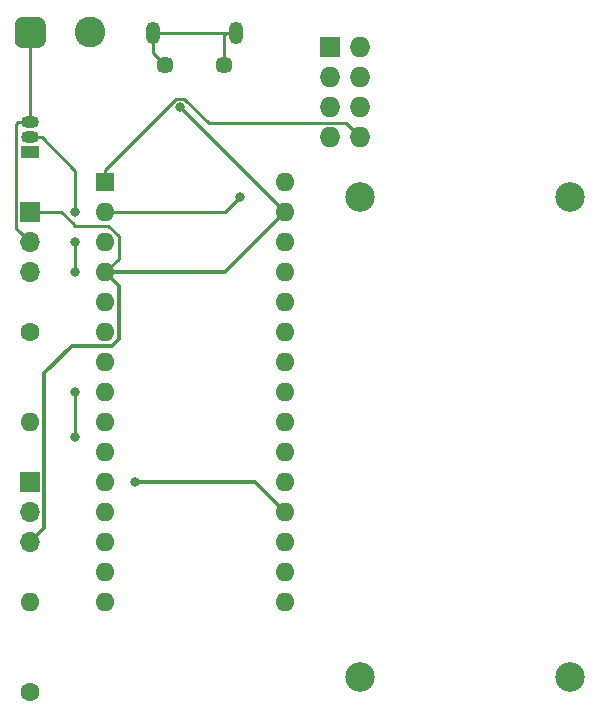
<source format=gbr>
G04 #@! TF.GenerationSoftware,KiCad,Pcbnew,(5.1.5)-3*
G04 #@! TF.CreationDate,2020-05-11T13:20:41+02:00*
G04 #@! TF.ProjectId,Weather_Station_board,57656174-6865-4725-9f53-746174696f6e,rev?*
G04 #@! TF.SameCoordinates,Original*
G04 #@! TF.FileFunction,Copper,L2,Bot*
G04 #@! TF.FilePolarity,Positive*
%FSLAX46Y46*%
G04 Gerber Fmt 4.6, Leading zero omitted, Abs format (unit mm)*
G04 Created by KiCad (PCBNEW (5.1.5)-3) date 2020-05-11 13:20:41*
%MOMM*%
%LPD*%
G04 APERTURE LIST*
%ADD10R,1.600000X1.600000*%
%ADD11O,1.600000X1.600000*%
%ADD12R,1.700000X1.700000*%
%ADD13O,1.700000X1.700000*%
%ADD14C,1.450000*%
%ADD15O,1.200000X1.900000*%
%ADD16C,1.600000*%
%ADD17C,0.100000*%
%ADD18C,2.600000*%
%ADD19O,1.500000X1.050000*%
%ADD20R,1.500000X1.050000*%
%ADD21R,1.727200X1.727200*%
%ADD22O,1.727200X1.727200*%
%ADD23C,2.500000*%
%ADD24C,0.800000*%
%ADD25C,0.250000*%
%ADD26C,0.300000*%
G04 APERTURE END LIST*
D10*
X101600000Y-58420000D03*
D11*
X116840000Y-91440000D03*
X101600000Y-60960000D03*
X116840000Y-88900000D03*
X101600000Y-63500000D03*
X116840000Y-86360000D03*
X101600000Y-66040000D03*
X116840000Y-83820000D03*
X101600000Y-68580000D03*
X116840000Y-81280000D03*
X101600000Y-71120000D03*
X116840000Y-78740000D03*
X101600000Y-73660000D03*
X116840000Y-76200000D03*
X101600000Y-76200000D03*
X116840000Y-73660000D03*
X101600000Y-78740000D03*
X116840000Y-71120000D03*
X101600000Y-81280000D03*
X116840000Y-68580000D03*
X101600000Y-83820000D03*
X116840000Y-66040000D03*
X101600000Y-86360000D03*
X116840000Y-63500000D03*
X101600000Y-88900000D03*
X116840000Y-60960000D03*
X101600000Y-91440000D03*
X116840000Y-58420000D03*
X101600000Y-93980000D03*
X116840000Y-93980000D03*
D12*
X95250000Y-83820000D03*
D13*
X95250000Y-86360000D03*
X95250000Y-88900000D03*
X95250000Y-66040000D03*
X95250000Y-63500000D03*
D12*
X95250000Y-60960000D03*
D14*
X111680000Y-48452500D03*
X106680000Y-48452500D03*
D15*
X112680000Y-45752500D03*
X105680000Y-45752500D03*
D16*
X95250000Y-71120000D03*
D11*
X95250000Y-78740000D03*
G04 #@! TA.AperFunction,ComponentPad*
D17*
G36*
X95963711Y-44423130D02*
G01*
X96026809Y-44432490D01*
X96088685Y-44447989D01*
X96148744Y-44469478D01*
X96206408Y-44496751D01*
X96261121Y-44529545D01*
X96312356Y-44567543D01*
X96359619Y-44610381D01*
X96402457Y-44657644D01*
X96440455Y-44708879D01*
X96473249Y-44763592D01*
X96500522Y-44821256D01*
X96522011Y-44881315D01*
X96537510Y-44943191D01*
X96546870Y-45006289D01*
X96550000Y-45070000D01*
X96550000Y-46370000D01*
X96546870Y-46433711D01*
X96537510Y-46496809D01*
X96522011Y-46558685D01*
X96500522Y-46618744D01*
X96473249Y-46676408D01*
X96440455Y-46731121D01*
X96402457Y-46782356D01*
X96359619Y-46829619D01*
X96312356Y-46872457D01*
X96261121Y-46910455D01*
X96206408Y-46943249D01*
X96148744Y-46970522D01*
X96088685Y-46992011D01*
X96026809Y-47007510D01*
X95963711Y-47016870D01*
X95900000Y-47020000D01*
X94600000Y-47020000D01*
X94536289Y-47016870D01*
X94473191Y-47007510D01*
X94411315Y-46992011D01*
X94351256Y-46970522D01*
X94293592Y-46943249D01*
X94238879Y-46910455D01*
X94187644Y-46872457D01*
X94140381Y-46829619D01*
X94097543Y-46782356D01*
X94059545Y-46731121D01*
X94026751Y-46676408D01*
X93999478Y-46618744D01*
X93977989Y-46558685D01*
X93962490Y-46496809D01*
X93953130Y-46433711D01*
X93950000Y-46370000D01*
X93950000Y-45070000D01*
X93953130Y-45006289D01*
X93962490Y-44943191D01*
X93977989Y-44881315D01*
X93999478Y-44821256D01*
X94026751Y-44763592D01*
X94059545Y-44708879D01*
X94097543Y-44657644D01*
X94140381Y-44610381D01*
X94187644Y-44567543D01*
X94238879Y-44529545D01*
X94293592Y-44496751D01*
X94351256Y-44469478D01*
X94411315Y-44447989D01*
X94473191Y-44432490D01*
X94536289Y-44423130D01*
X94600000Y-44420000D01*
X95900000Y-44420000D01*
X95963711Y-44423130D01*
G37*
G04 #@! TD.AperFunction*
D18*
X100330000Y-45720000D03*
D11*
X95250000Y-93980000D03*
D16*
X95250000Y-101600000D03*
D19*
X95250000Y-54610000D03*
X95250000Y-53340000D03*
D20*
X95250000Y-55880000D03*
D21*
X120650000Y-46990000D03*
D22*
X123190000Y-46990000D03*
X120650000Y-49530000D03*
X123190000Y-49530000D03*
X120650000Y-52070000D03*
X123190000Y-52070000D03*
X120650000Y-54610000D03*
X123190000Y-54610000D03*
D23*
X123190000Y-59690000D03*
X140970000Y-59690000D03*
X123190000Y-100330000D03*
X140970000Y-100330000D03*
D24*
X113030000Y-59690000D03*
X104140000Y-83820000D03*
X107950000Y-52070000D03*
X99060000Y-60960000D03*
X99060000Y-63500000D03*
X99060000Y-66040000D03*
X99060000Y-76200000D03*
X99060000Y-80010000D03*
X99060000Y-80010000D03*
D25*
X101600000Y-57370000D02*
X101600000Y-58420000D01*
X107625001Y-51344999D02*
X101600000Y-57370000D01*
X108298001Y-51344999D02*
X107625001Y-51344999D01*
X122001399Y-53421399D02*
X110374401Y-53421399D01*
X110374401Y-53421399D02*
X108298001Y-51344999D01*
X123190000Y-54610000D02*
X122001399Y-53421399D01*
X101600000Y-60960000D02*
X111760000Y-60960000D01*
X111760000Y-60960000D02*
X113030000Y-59690000D01*
X113030000Y-59690000D02*
X113030000Y-59690000D01*
D26*
X114300000Y-83820000D02*
X116840000Y-86360000D01*
X104140000Y-83820000D02*
X114300000Y-83820000D01*
X111760000Y-66040000D02*
X116840000Y-60960000D01*
X101600000Y-66040000D02*
X111760000Y-66040000D01*
X102399999Y-66839999D02*
X101600000Y-66040000D01*
X102750001Y-67190001D02*
X102399999Y-66839999D01*
X102750001Y-71672001D02*
X102750001Y-67190001D01*
X102152001Y-72270001D02*
X102750001Y-71672001D01*
X96450001Y-74567997D02*
X98747997Y-72270001D01*
X98747997Y-72270001D02*
X102152001Y-72270001D01*
X96450001Y-87699999D02*
X96450001Y-74567997D01*
X95250000Y-88900000D02*
X96450001Y-87699999D01*
X116840000Y-60960000D02*
X107950000Y-52070000D01*
X107950000Y-52070000D02*
X107950000Y-52070000D01*
D25*
X95250000Y-60960000D02*
X97790000Y-60960000D01*
X101850003Y-62085001D02*
X98915001Y-62085001D01*
X102725001Y-62959999D02*
X101850003Y-62085001D01*
X101600000Y-66040000D02*
X102725001Y-64914999D01*
X102725001Y-64914999D02*
X102725001Y-62959999D01*
X98915001Y-61979997D02*
X97895004Y-60960000D01*
X98915001Y-62085001D02*
X98915001Y-61979997D01*
X96250000Y-54610000D02*
X99060000Y-57420000D01*
X95250000Y-54610000D02*
X96250000Y-54610000D01*
X99060000Y-57420000D02*
X99060000Y-60960000D01*
X99060000Y-60960000D02*
X99060000Y-60960000D01*
X99060000Y-63500000D02*
X99060000Y-66040000D01*
X99060000Y-66040000D02*
X99060000Y-66040000D01*
X99060000Y-76200000D02*
X99060000Y-80010000D01*
X99060000Y-80010000D02*
X99060000Y-80010000D01*
X99060000Y-80010000D02*
X99060000Y-80010000D01*
X95250000Y-47020000D02*
X95250000Y-53340000D01*
X95250000Y-45720000D02*
X95250000Y-47020000D01*
X94400001Y-62650001D02*
X95250000Y-63500000D01*
X94074999Y-62324999D02*
X94400001Y-62650001D01*
X94074999Y-53515001D02*
X94074999Y-62324999D01*
X94250000Y-53340000D02*
X94074999Y-53515001D01*
X95250000Y-53340000D02*
X94250000Y-53340000D01*
X111830000Y-45752500D02*
X112680000Y-45752500D01*
X111680000Y-45902500D02*
X111830000Y-45752500D01*
X111680000Y-48452500D02*
X111680000Y-45902500D01*
X112680000Y-45752500D02*
X105680000Y-45752500D01*
X105680000Y-47452500D02*
X106680000Y-48452500D01*
X105680000Y-45752500D02*
X105680000Y-47452500D01*
M02*

</source>
